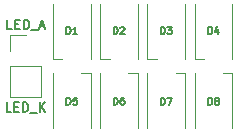
<source format=gto>
G04 #@! TF.FileFunction,Legend,Top*
%FSLAX46Y46*%
G04 Gerber Fmt 4.6, Leading zero omitted, Abs format (unit mm)*
G04 Created by KiCad (PCBNEW 4.0.6) date 07/26/17 22:27:42*
%MOMM*%
%LPD*%
G01*
G04 APERTURE LIST*
%ADD10C,0.100000*%
%ADD11C,0.180000*%
%ADD12C,0.120000*%
%ADD13C,0.150000*%
G04 APERTURE END LIST*
D10*
D11*
X100780953Y-97861905D02*
X100400000Y-97861905D01*
X100400000Y-97061905D01*
X101047619Y-97442857D02*
X101314286Y-97442857D01*
X101428572Y-97861905D02*
X101047619Y-97861905D01*
X101047619Y-97061905D01*
X101428572Y-97061905D01*
X101771429Y-97861905D02*
X101771429Y-97061905D01*
X101961905Y-97061905D01*
X102076191Y-97100000D01*
X102152382Y-97176190D01*
X102190477Y-97252381D01*
X102228572Y-97404762D01*
X102228572Y-97519048D01*
X102190477Y-97671429D01*
X102152382Y-97747619D01*
X102076191Y-97823810D01*
X101961905Y-97861905D01*
X101771429Y-97861905D01*
X102380953Y-97938095D02*
X102990477Y-97938095D01*
X103180953Y-97861905D02*
X103180953Y-97061905D01*
X103638096Y-97861905D02*
X103295239Y-97404762D01*
X103638096Y-97061905D02*
X103180953Y-97519048D01*
X100838096Y-90861905D02*
X100457143Y-90861905D01*
X100457143Y-90061905D01*
X101104762Y-90442857D02*
X101371429Y-90442857D01*
X101485715Y-90861905D02*
X101104762Y-90861905D01*
X101104762Y-90061905D01*
X101485715Y-90061905D01*
X101828572Y-90861905D02*
X101828572Y-90061905D01*
X102019048Y-90061905D01*
X102133334Y-90100000D01*
X102209525Y-90176190D01*
X102247620Y-90252381D01*
X102285715Y-90404762D01*
X102285715Y-90519048D01*
X102247620Y-90671429D01*
X102209525Y-90747619D01*
X102133334Y-90823810D01*
X102019048Y-90861905D01*
X101828572Y-90861905D01*
X102438096Y-90938095D02*
X103047620Y-90938095D01*
X103200001Y-90633333D02*
X103580953Y-90633333D01*
X103123810Y-90861905D02*
X103390477Y-90061905D01*
X103657144Y-90861905D01*
D12*
X107500000Y-88750000D02*
X107500000Y-93400000D01*
X104300000Y-88750000D02*
X104300000Y-93400000D01*
X104300000Y-93400000D02*
X105100000Y-93400000D01*
X111500000Y-88750000D02*
X111500000Y-93400000D01*
X108300000Y-88750000D02*
X108300000Y-93400000D01*
X108300000Y-93400000D02*
X109100000Y-93400000D01*
X115500000Y-88750000D02*
X115500000Y-93400000D01*
X112300000Y-88750000D02*
X112300000Y-93400000D01*
X112300000Y-93400000D02*
X113100000Y-93400000D01*
X119500000Y-88750000D02*
X119500000Y-93400000D01*
X116300000Y-88750000D02*
X116300000Y-93400000D01*
X116300000Y-93400000D02*
X117100000Y-93400000D01*
X104300000Y-99250000D02*
X104300000Y-94600000D01*
X107500000Y-99250000D02*
X107500000Y-94600000D01*
X107500000Y-94600000D02*
X106700000Y-94600000D01*
X108300000Y-99250000D02*
X108300000Y-94600000D01*
X111500000Y-99250000D02*
X111500000Y-94600000D01*
X111500000Y-94600000D02*
X110700000Y-94600000D01*
X112300000Y-99250000D02*
X112300000Y-94600000D01*
X115500000Y-99250000D02*
X115500000Y-94600000D01*
X115500000Y-94600000D02*
X114700000Y-94600000D01*
X116300000Y-99250000D02*
X116300000Y-94600000D01*
X119500000Y-99250000D02*
X119500000Y-94600000D01*
X119500000Y-94600000D02*
X118700000Y-94600000D01*
X100670000Y-96600000D02*
X103330000Y-96600000D01*
X100670000Y-94000000D02*
X100670000Y-96600000D01*
X103330000Y-94000000D02*
X103330000Y-96600000D01*
X100670000Y-94000000D02*
X103330000Y-94000000D01*
X100670000Y-92730000D02*
X100670000Y-91400000D01*
X100670000Y-91400000D02*
X102000000Y-91400000D01*
D13*
X105457143Y-91271429D02*
X105457143Y-90671429D01*
X105600000Y-90671429D01*
X105685715Y-90700000D01*
X105742857Y-90757143D01*
X105771429Y-90814286D01*
X105800000Y-90928571D01*
X105800000Y-91014286D01*
X105771429Y-91128571D01*
X105742857Y-91185714D01*
X105685715Y-91242857D01*
X105600000Y-91271429D01*
X105457143Y-91271429D01*
X106371429Y-91271429D02*
X106028572Y-91271429D01*
X106200000Y-91271429D02*
X106200000Y-90671429D01*
X106142857Y-90757143D01*
X106085715Y-90814286D01*
X106028572Y-90842857D01*
X109457143Y-91271429D02*
X109457143Y-90671429D01*
X109600000Y-90671429D01*
X109685715Y-90700000D01*
X109742857Y-90757143D01*
X109771429Y-90814286D01*
X109800000Y-90928571D01*
X109800000Y-91014286D01*
X109771429Y-91128571D01*
X109742857Y-91185714D01*
X109685715Y-91242857D01*
X109600000Y-91271429D01*
X109457143Y-91271429D01*
X110028572Y-90728571D02*
X110057143Y-90700000D01*
X110114286Y-90671429D01*
X110257143Y-90671429D01*
X110314286Y-90700000D01*
X110342857Y-90728571D01*
X110371429Y-90785714D01*
X110371429Y-90842857D01*
X110342857Y-90928571D01*
X110000000Y-91271429D01*
X110371429Y-91271429D01*
X113457143Y-91271429D02*
X113457143Y-90671429D01*
X113600000Y-90671429D01*
X113685715Y-90700000D01*
X113742857Y-90757143D01*
X113771429Y-90814286D01*
X113800000Y-90928571D01*
X113800000Y-91014286D01*
X113771429Y-91128571D01*
X113742857Y-91185714D01*
X113685715Y-91242857D01*
X113600000Y-91271429D01*
X113457143Y-91271429D01*
X114000000Y-90671429D02*
X114371429Y-90671429D01*
X114171429Y-90900000D01*
X114257143Y-90900000D01*
X114314286Y-90928571D01*
X114342857Y-90957143D01*
X114371429Y-91014286D01*
X114371429Y-91157143D01*
X114342857Y-91214286D01*
X114314286Y-91242857D01*
X114257143Y-91271429D01*
X114085715Y-91271429D01*
X114028572Y-91242857D01*
X114000000Y-91214286D01*
X117457143Y-91271429D02*
X117457143Y-90671429D01*
X117600000Y-90671429D01*
X117685715Y-90700000D01*
X117742857Y-90757143D01*
X117771429Y-90814286D01*
X117800000Y-90928571D01*
X117800000Y-91014286D01*
X117771429Y-91128571D01*
X117742857Y-91185714D01*
X117685715Y-91242857D01*
X117600000Y-91271429D01*
X117457143Y-91271429D01*
X118314286Y-90871429D02*
X118314286Y-91271429D01*
X118171429Y-90642857D02*
X118028572Y-91071429D01*
X118400000Y-91071429D01*
X105457143Y-97271429D02*
X105457143Y-96671429D01*
X105600000Y-96671429D01*
X105685715Y-96700000D01*
X105742857Y-96757143D01*
X105771429Y-96814286D01*
X105800000Y-96928571D01*
X105800000Y-97014286D01*
X105771429Y-97128571D01*
X105742857Y-97185714D01*
X105685715Y-97242857D01*
X105600000Y-97271429D01*
X105457143Y-97271429D01*
X106342857Y-96671429D02*
X106057143Y-96671429D01*
X106028572Y-96957143D01*
X106057143Y-96928571D01*
X106114286Y-96900000D01*
X106257143Y-96900000D01*
X106314286Y-96928571D01*
X106342857Y-96957143D01*
X106371429Y-97014286D01*
X106371429Y-97157143D01*
X106342857Y-97214286D01*
X106314286Y-97242857D01*
X106257143Y-97271429D01*
X106114286Y-97271429D01*
X106057143Y-97242857D01*
X106028572Y-97214286D01*
X109457143Y-97271429D02*
X109457143Y-96671429D01*
X109600000Y-96671429D01*
X109685715Y-96700000D01*
X109742857Y-96757143D01*
X109771429Y-96814286D01*
X109800000Y-96928571D01*
X109800000Y-97014286D01*
X109771429Y-97128571D01*
X109742857Y-97185714D01*
X109685715Y-97242857D01*
X109600000Y-97271429D01*
X109457143Y-97271429D01*
X110314286Y-96671429D02*
X110200000Y-96671429D01*
X110142857Y-96700000D01*
X110114286Y-96728571D01*
X110057143Y-96814286D01*
X110028572Y-96928571D01*
X110028572Y-97157143D01*
X110057143Y-97214286D01*
X110085715Y-97242857D01*
X110142857Y-97271429D01*
X110257143Y-97271429D01*
X110314286Y-97242857D01*
X110342857Y-97214286D01*
X110371429Y-97157143D01*
X110371429Y-97014286D01*
X110342857Y-96957143D01*
X110314286Y-96928571D01*
X110257143Y-96900000D01*
X110142857Y-96900000D01*
X110085715Y-96928571D01*
X110057143Y-96957143D01*
X110028572Y-97014286D01*
X113457143Y-97271429D02*
X113457143Y-96671429D01*
X113600000Y-96671429D01*
X113685715Y-96700000D01*
X113742857Y-96757143D01*
X113771429Y-96814286D01*
X113800000Y-96928571D01*
X113800000Y-97014286D01*
X113771429Y-97128571D01*
X113742857Y-97185714D01*
X113685715Y-97242857D01*
X113600000Y-97271429D01*
X113457143Y-97271429D01*
X114000000Y-96671429D02*
X114400000Y-96671429D01*
X114142857Y-97271429D01*
X117457143Y-97271429D02*
X117457143Y-96671429D01*
X117600000Y-96671429D01*
X117685715Y-96700000D01*
X117742857Y-96757143D01*
X117771429Y-96814286D01*
X117800000Y-96928571D01*
X117800000Y-97014286D01*
X117771429Y-97128571D01*
X117742857Y-97185714D01*
X117685715Y-97242857D01*
X117600000Y-97271429D01*
X117457143Y-97271429D01*
X118142857Y-96928571D02*
X118085715Y-96900000D01*
X118057143Y-96871429D01*
X118028572Y-96814286D01*
X118028572Y-96785714D01*
X118057143Y-96728571D01*
X118085715Y-96700000D01*
X118142857Y-96671429D01*
X118257143Y-96671429D01*
X118314286Y-96700000D01*
X118342857Y-96728571D01*
X118371429Y-96785714D01*
X118371429Y-96814286D01*
X118342857Y-96871429D01*
X118314286Y-96900000D01*
X118257143Y-96928571D01*
X118142857Y-96928571D01*
X118085715Y-96957143D01*
X118057143Y-96985714D01*
X118028572Y-97042857D01*
X118028572Y-97157143D01*
X118057143Y-97214286D01*
X118085715Y-97242857D01*
X118142857Y-97271429D01*
X118257143Y-97271429D01*
X118314286Y-97242857D01*
X118342857Y-97214286D01*
X118371429Y-97157143D01*
X118371429Y-97042857D01*
X118342857Y-96985714D01*
X118314286Y-96957143D01*
X118257143Y-96928571D01*
M02*

</source>
